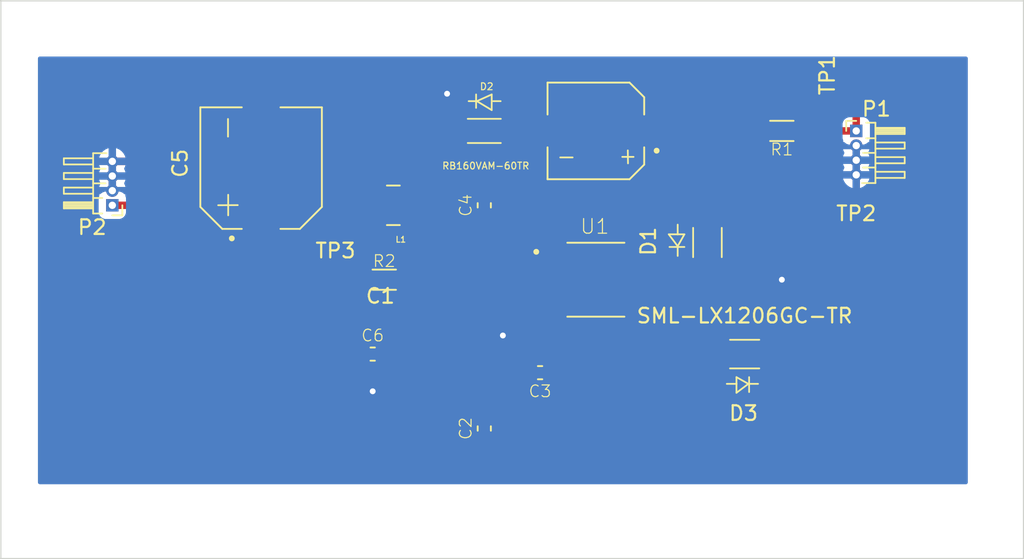
<source format=kicad_pcb>
(kicad_pcb (version 20211014) (generator pcbnew)
  (layers (0 "F.Cu" signal) (31 "B.Cu" signal) (34 "B.Paste" user) (35 "F.Paste" user) (36 "B.SilkS" user "B.Silkscreen") (37 "F.SilkS" user "F.Silkscreen") (38 "B.Mask" user) (39 "F.Mask" user) (44 "Edge.Cuts" user))
  (net 0 "")
  (net 1 "VIN")
  (net 2 "Earth")
  (net 3 "Net-(C3-Pad1)")
  (net 4 "Net-(C4-Pad1)")
  (net 5 "Net-(C4-Pad2)")
  (net 6 "5V-BUCK")
  (net 7 "Net-(D1-Pad2)")
  (net 8 "Net-(D3-Pad2)")
  (footprint "5V-Power_supply1:SML-LX1206GC-TR" (layer "F.Cu") (at 175.26 99.06 180)
    (fp_text reference "D3" (at 0.0762 -4.0386) (layer "F.SilkS"))
    (fp_text value "SML-LX1206GC-TR" (at 0 2.6162) (layer "F.SilkS"))
    (fp_line (start -0.3048 -2.5908) (end -0.3048 -1.5748) (layer "F.SilkS") (width 0.12))
    (fp_line (start -0.254 -2.032) (end -0.9144 -2.032) (layer "F.SilkS") (width 0.12))
    (fp_line (start 0.5588 -2.6416) (end -0.254 -2.032) (layer "F.SilkS") (width 0.12))
    (fp_line (start -1.000365 0.9779) (end 1.000365 0.9779) (layer "F.SilkS") (width 0.12))
    (fp_line (start 1.2192 -2.032) (end 0.5588 -2.032) (layer "F.SilkS") (width 0.12))
    (fp_line (start 0.5588 -1.5748) (end -0.254 -2.032) (layer "F.SilkS") (width 0.12))
    (fp_line (start 0.5588 -2.032) (end 0.5588 -1.5748) (layer "F.SilkS") (width 0.12))
    (fp_line (start 1.000365 -0.9779) (end -1.000365 -0.9779) (layer "F.SilkS") (width 0.12))
    (fp_line (start 0.5588 -2.032) (end 0.5588 -2.6416) (layer "F.SilkS") (width 0.12))
    (pad "1" smd rect (at -1.524 0 180) (size 0.9652 1.2954) (layers "F.Cu" "F.Paste" "F.Mask") (net 2 "Earth"))
    (pad "2" smd rect (at 1.524 0 180) (size 0.9652 1.2954) (layers "F.Cu" "F.Paste" "F.Mask") (net 8 "Net-(D3-Pad2)"))
  )
  (footprint "5V-Power_supply1:RES_0603" (layer "F.Cu") (at 150.65 93.98)
    (fp_text reference "R2" (at 0 -1.27) (layer "F.SilkS") (effects (font (size 0.8 0.8) (thickness 0.0762))))
    (fp_text value "470")
    (fp_line (start -0.8 -0.69) (end 0.8 -0.69) (layer "F.SilkS") (width 0.127))
    (fp_line (start -0.8 0.69) (end 0.8 0.69) (layer "F.SilkS") (width 0.127))
    (pad "1" smd rect (at -0.79 0) (size 0.94 1.02) (layers "F.Cu" "F.Paste" "F.Mask") (net 6 "5V-BUCK"))
    (pad "2" smd rect (at 0.79 0) (size 0.94 1.02) (layers "F.Cu" "F.Paste" "F.Mask") (net 8 "Net-(D3-Pad2)"))
  )
  (footprint "5V-Power_supply1:TP" (layer "F.Cu") (at 182.88 80.01 90)
    (fp_text reference "TP1" (at 0 -1.9812 90) (layer "F.SilkS"))
    (fp_text value "TP")
    (pad "1" smd circle (at 0 0 90) (size 1.524 1.524) (layers "F.Cu" "F.Paste" "F.Mask") (net 1 "VIN"))
  )
  (footprint "5V-Power_supply1:RB160VAM-60TR" (layer "F.Cu") (at 157.48 83.82)
    (fp_text reference "D2" (at 0.1651 -3.02768) (layer "F.SilkS") (effects (font (size 0.47 0.47) (thickness 0.0762))))
    (fp_text value "RB160VAM-60TR" (at 0.1016 2.3876) (layer "F.SilkS") (effects (font (size 0.47 0.47) (thickness 0.0762))))
    (fp_line (start -0.508 -2.032) (end 0.508 -2.4892) (layer "F.SilkS") (width 0.12))
    (fp_line (start -1.1303 0.8255) (end 1.1303 0.8255) (layer "F.SilkS") (width 0.12))
    (fp_line (start 0.6096 -2.032) (end 1.1176 -2.032) (layer "F.SilkS") (width 0.12))
    (fp_line (start 1.1303 -0.8255) (end -1.1303 -0.8255) (layer "F.SilkS") (width 0.12))
    (fp_line (start -0.5588 -2.4892) (end -0.5588 -1.5748) (layer "F.SilkS") (width 0.12))
    (fp_line (start -0.508 -2.032) (end -1.0668 -2.032) (layer "F.SilkS") (width 0.12))
    (fp_line (start 0.508 -2.4892) (end 0.508 -1.4224) (layer "F.SilkS") (width 0.12))
    (fp_line (start 0.508 -1.4224) (end -0.508 -2.032) (layer "F.SilkS") (width 0.12))
    (pad "1" smd rect (at -1.3208 0) (size 0.4572 0.8382) (layers "F.Cu" "F.Paste" "F.Mask") (net 5 "Net-(C4-Pad2)"))
    (pad "2" smd rect (at 1.3208 0) (size 0.4572 0.8382) (layers "F.Cu" "F.Paste" "F.Mask") (net 2 "Earth"))
  )
  (footprint "5V-Power_supply1:TP" (layer "F.Cu") (at 182.88 91.44)
    (fp_text reference "TP2" (at 0 -1.9812) (layer "F.SilkS"))
    (fp_text value "TP")
    (pad "1" smd circle (at 0 0) (size 1.524 1.524) (layers "F.Cu" "F.Paste" "F.Mask") (net 2 "Earth"))
  )
  (footprint "5V-Power_supply1:EEEFPV680XAP" (layer "F.Cu") (at 165.1 83.82 180)
    (fp_text reference "C1" (at 14.715 -11.275) (layer "F.SilkS"))
    (fp_text value "68uF" hide)
    (fp_line (start -2.3 3.3) (end 3.3 3.3) (layer "F.SilkS") (width 0.127))
    (fp_line (start -3.3 -2.3) (end -3.3 -1.12) (layer "F.SilkS") (width 0.127))
    (fp_line (start 3.3 -1.12) (end 3.3 -3.3) (layer "F.SilkS") (width 0.127))
    (fp_line (start -2.57302 -1.77292) (end -1.8034 -1.77292) (layer "F.SilkS") (width 0.12))
    (fp_line (start 3.3 -3.3) (end -2.3 -3.3) (layer "F.SilkS") (width 0.127))
    (fp_line (start -3.3 1.12) (end -3.3 2.3) (layer "F.SilkS") (width 0.127))
    (fp_line (start 3.3 3.3) (end 3.3 1.12) (layer "F.SilkS") (width 0.127))
    (fp_line (start -2.3 -3.3) (end -3.3 -2.3) (layer "F.SilkS") (width 0.127))
    (fp_line (start -2.19456 -2.21488) (end -2.18186 -1.33096) (layer "F.SilkS") (width 0.12))
    (fp_line (start -3.3 2.3) (end -2.3 3.3) (layer "F.SilkS") (width 0.127))
    (fp_line (start 1.5875 -1.81102) (end 2.43332 -1.81102) (layer "F.SilkS") (width 0.12))
    (fp_circle (center -4.15 -1.35) (end -4.05 -1.35) (layer "F.SilkS") (width 0.2) (fill none))
    (pad "1" smd rect (at -2.5 0 180) (size 3.2 1.6) (layers "F.Cu" "F.Paste" "F.Mask") (net 1 "VIN"))
    (pad "2" smd rect (at 2.5 0 180) (size 3.2 1.6) (layers "F.Cu" "F.Paste" "F.Mask") (net 2 "Earth"))
  )
  (footprint "5V-Power_supply1:LM22672MRE-5.0_NOPB" (layer "F.Cu") (at 165.1 93.98)
    (fp_text reference "U1" (at -0.075 -3.635) (layer "F.SilkS") (effects (font (thickness 0.0762))))
    (fp_text value "LM22672MRE-5.0_NOPB")
    (fp_line (start -1.95 2.525) (end 1.95 2.525) (layer "F.SilkS") (width 0.127))
    (fp_line (start -1.95 -2.525) (end 1.95 -2.525) (layer "F.SilkS") (width 0.127))
    (fp_circle (center -4.07 -1.905) (end -3.97 -1.905) (layer "F.SilkS") (width 0.2) (fill none))
    (pad "1" smd rect (at -2.7 -1.905) (size 1.55 0.6) (layers "F.Cu" "F.Paste") (net 4 "Net-(C4-Pad1)"))
    (pad "2" smd rect (at -2.7 -0.635) (size 1.55 0.6) (layers "F.Cu" "F.Paste") (net 3 "Net-(C3-Pad1)"))
    (pad "3" smd rect (at -2.7 0.635) (size 1.55 0.6) (layers "F.Cu" "F.Paste"))
    (pad "4" smd rect (at -2.7 1.905) (size 1.55 0.6) (layers "F.Cu" "F.Paste") (net 6 "5V-BUCK"))
    (pad "5" smd rect (at 2.7 1.905) (size 1.55 0.6) (layers "F.Cu" "F.Paste"))
    (pad "6" smd rect (at 2.7 0.635) (size 1.55 0.6) (layers "F.Cu" "F.Paste") (net 2 "Earth"))
    (pad "7" smd rect (at 2.7 -0.635) (size 1.55 0.6) (layers "F.Cu" "F.Paste") (net 1 "VIN"))
    (pad "8" smd rect (at 2.7 -1.905) (size 1.55 0.6) (layers "F.Cu" "F.Paste") (net 5 "Net-(C4-Pad2)"))
  )
  (footprint "5V-Power_supply1:CAP_0603" (layer "F.Cu") (at 157.48 104.14 90)
    (fp_text reference "C2" (at 0 -1.27 90) (layer "F.SilkS") (effects (font (size 0.8 0.8) (thickness 0.0762))))
    (fp_text value "2.2uF")
    (fp_line (start -0.15 -0.45) (end 0.15 -0.45) (layer "F.SilkS") (width 0.127))
    (fp_line (start -0.15 0.45) (end 0.15 0.45) (layer "F.SilkS") (width 0.127))
    (pad "1" smd rect (at -0.85 0 90) (size 1.1 1) (layers "F.Cu" "F.Paste" "F.Mask") (net 1 "VIN"))
    (pad "2" smd rect (at 0.85 0 90) (size 1.1 1) (layers "F.Cu" "F.Paste" "F.Mask") (net 2 "Earth"))
  )
  (footprint "5V-Power_supply1:RES_0603" (layer "F.Cu") (at 177.8 83.82 180)
    (fp_text reference "R1" (at 0 -1.27) (layer "F.SilkS") (effects (font (size 0.8 0.8) (thickness 0.0762))))
    (fp_text value "2k")
    (fp_line (start -0.8 -0.69) (end 0.8 -0.69) (layer "F.SilkS") (width 0.127))
    (fp_line (start -0.8 0.69) (end 0.8 0.69) (layer "F.SilkS") (width 0.127))
    (pad "1" smd rect (at -0.79 0 180) (size 0.94 1.02) (layers "F.Cu" "F.Paste" "F.Mask") (net 1 "VIN"))
    (pad "2" smd rect (at 0.79 0 180) (size 0.94 1.02) (layers "F.Cu" "F.Paste" "F.Mask") (net 7 "Net-(D1-Pad2)"))
  )
  (footprint "5V-Power_supply1:CAP_0603" (layer "F.Cu") (at 149.86 99.06)
    (fp_text reference "C6" (at 0 -1.27) (layer "F.SilkS") (effects (font (size 0.8 0.8) (thickness 0.0762))))
    (fp_text value "1uF")
    (fp_line (start -0.15 0.45) (end 0.15 0.45) (layer "F.SilkS") (width 0.127))
    (fp_line (start -0.15 -0.45) (end 0.15 -0.45) (layer "F.SilkS") (width 0.127))
    (pad "1" smd rect (at -0.85 0) (size 1.1 1) (layers "F.Cu" "F.Paste" "F.Mask") (net 6 "5V-BUCK"))
    (pad "2" smd rect (at 0.85 0) (size 1.1 1) (layers "F.Cu" "F.Paste" "F.Mask") (net 2 "Earth"))
  )
  (footprint "5V-Power_supply1:CAP_0603" (layer "F.Cu") (at 157.48 88.9 90)
    (fp_text reference "C4" (at 0 -1.27 90) (layer "F.SilkS") (effects (font (size 0.8 0.8) (thickness 0.0762))))
    (fp_text value "10nF")
    (fp_line (start -0.15 0.45) (end 0.15 0.45) (layer "F.SilkS") (width 0.127))
    (fp_line (start -0.15 -0.45) (end 0.15 -0.45) (layer "F.SilkS") (width 0.127))
    (pad "1" smd rect (at -0.85 0 90) (size 1.1 1) (layers "F.Cu" "F.Paste" "F.Mask") (net 4 "Net-(C4-Pad1)"))
    (pad "2" smd rect (at 0.85 0 90) (size 1.1 1) (layers "F.Cu" "F.Paste" "F.Mask") (net 5 "Net-(C4-Pad2)"))
  )
  (footprint "5V-Power_supply1:CBC3225T220KR" (layer "F.Cu") (at 151.27 88.9 180)
    (fp_text reference "L1" (at -0.508 -2.3368) (layer "F.SilkS") (effects (font (size 0.393701 0.393701) (thickness 0.0762))))
    (fp_text value "33uH")
    (fp_line (start -0.44 -1.35) (end 0.44 -1.35) (layer "F.SilkS") (width 0.127))
    (fp_line (start -0.44 1.35) (end 0.44 1.35) (layer "F.SilkS") (width 0.127))
    (pad "1" smd rect (at -1.41 0 180) (size 1.3 2.72) (layers "F.Cu" "F.Paste" "F.Mask") (net 5 "Net-(C4-Pad2)"))
    (pad "2" smd rect (at 1.41 0 180) (size 1.3 2.72) (layers "F.Cu" "F.Paste" "F.Mask") (net 6 "5V-BUCK"))
  )
  (footprint "Connector_PinHeader_1.00mm:PinHeader_1x04_P1.00mm_Horizontal" (layer "F.Cu") (at 182.88 83.82)
    (fp_text reference "P1" (at 1.375 -1.5) (layer "F.SilkS"))
    (fp_text value "0901471110")
    (fp_line (start 1.31 1.79) (end 3.31 1.79) (layer "F.SilkS") (width 0.12))
    (fp_line (start 1.31 2.79) (end 3.31 2.79) (layer "F.SilkS") (width 0.12))
    (fp_line (start 3.31 0.79) (end 3.31 1.21) (layer "F.SilkS") (width 0.12))
    (fp_line (start 1.31 3.56) (end 0.394493 3.56) (layer "F.SilkS") (width 0.12))
    (fp_line (start 0.468215 2.5) (end 1.31 2.5) (layer "F.SilkS") (width 0.12))
    (fp_line (start 3.31 1.79) (end 3.31 2.21) (layer "F.SilkS") (width 0.12))
    (fp_line (start 0.685 -0.56) (end 1.31 -0.56) (layer "F.SilkS") (width 0.12))
    (fp_line (start -0.685 0) (end -0.685 -0.685) (layer "F.SilkS") (width 0.12))
    (fp_line (start 3.31 3.21) (end 1.31 3.21) (layer "F.SilkS") (width 0.12))
    (fp_line (start 1.31 0.09) (end 3.31 0.09) (layer "F.SilkS") (width 0.12))
    (fp_line (start -0.685 -0.685) (end 0 -0.685) (layer "F.SilkS") (width 0.12))
    (fp_line (start 1.31 -0.56) (end 1.31 3.56) (layer "F.SilkS") (width 0.12))
    (fp_line (start 1.31 -0.15) (end 3.31 -0.15) (layer "F.SilkS") (width 0.12))
    (fp_line (start 1.31 -0.21) (end 3.31 -0.21) (layer "F.SilkS") (width 0.12))
    (fp_line (start 1.31 0.79) (end 3.31 0.79) (layer "F.SilkS") (width 0.12))
    (fp_line (start 3.31 2.79) (end 3.31 3.21) (layer "F.SilkS") (width 0.12))
    (fp_line (start 3.31 1.21) (end 1.31 1.21) (layer "F.SilkS") (width 0.12))
    (fp_line (start 0.468215 1.5) (end 1.31 1.5) (layer "F.SilkS") (width 0.12))
    (fp_line (start 3.31 -0.21) (end 3.31 0.21) (layer "F.SilkS") (width 0.12))
    (fp_line (start 3.31 0.21) (end 1.31 0.21) (layer "F.SilkS") (width 0.12))
    (fp_line (start 3.31 2.21) (end 1.31 2.21) (layer "F.SilkS") (width 0.12))
    (fp_line (start 0.685 0.5) (end 1.31 0.5) (layer "F.SilkS") (width 0.12))
    (fp_line (start 1.31 -0.03) (end 3.31 -0.03) (layer "F.SilkS") (width 0.12))
    (pad "1" thru_hole rect (at 0 0) (size 0.85 0.85) (drill 0.5) (layers *.Cu *.Mask) (net 1 "VIN"))
    (pad "2" thru_hole oval (at 0 1) (size 0.85 0.85) (drill 0.5) (layers *.Cu *.Mask) (net 2 "Earth"))
    (pad "3" thru_hole oval (at 0 2) (size 0.85 0.85) (drill 0.5) (layers *.Cu *.Mask) (net 2 "Earth"))
    (pad "4" thru_hole oval (at 0 3) (size 0.85 0.85) (drill 0.5) (layers *.Cu *.Mask) (net 2 "Earth"))
  )
  (footprint "5V-Power_supply1:CAP_0603" (layer "F.Cu") (at 161.29 100.33 180)
    (fp_text reference "C3" (at 0 -1.27) (layer "F.SilkS") (effects (font (size 0.8 0.8) (thickness 0.0762))))
    (fp_text value "1uF")
    (fp_line (start -0.15 -0.45) (end 0.15 -0.45) (layer "F.SilkS") (width 0.127))
    (fp_line (start -0.15 0.45) (end 0.15 0.45) (layer "F.SilkS") (width 0.127))
    (pad "1" smd rect (at -0.85 0 180) (size 1.1 1) (layers "F.Cu" "F.Paste" "F.Mask") (net 3 "Net-(C3-Pad1)"))
    (pad "2" smd rect (at 0.85 0 180) (size 1.1 1) (layers "F.Cu" "F.Paste" "F.Mask") (net 2 "Earth"))
  )
  (footprint "5V-Power_supply1:CAP_EEEFP1E151AL" (layer "F.Cu") (at 142.24 86.36 90)
    (fp_text reference "C5" (at 0.325 -5.535 90) (layer "F.SilkS"))
    (fp_text value "150uF")
    (fp_line (start -3.22326 -2.2479) (end -1.82118 -2.2479) (layer "F.SilkS") (width 0.12))
    (fp_line (start 4.15 -1.32) (end 4.15 -4.15) (layer "F.SilkS") (width 0.127))
    (fp_line (start -4.15 2.65) (end -2.65 4.15) (layer "F.SilkS") (width 0.127))
    (fp_line (start -4.15 -2.65) (end -4.15 -1.32) (layer "F.SilkS") (width 0.127))
    (fp_line (start 4.15 -4.15) (end -2.65 -4.15) (layer "F.SilkS") (width 0.127))
    (fp_line (start 2.15138 -2.2606) (end 3.35534 -2.2606) (layer "F.SilkS") (width 0.12))
    (fp_line (start -2.65 4.15) (end 4.15 4.15) (layer "F.SilkS") (width 0.127))
    (fp_line (start 4.15 4.15) (end 4.15 1.32) (layer "F.SilkS") (width 0.127))
    (fp_line (start -2.65 -4.15) (end -4.15 -2.65) (layer "F.SilkS") (width 0.127))
    (fp_line (start -4.15 1.32) (end -4.15 2.65) (layer "F.SilkS") (width 0.127))
    (fp_line (start -2.53492 -2.93116) (end -2.5273 -1.59512) (layer "F.SilkS") (width 0.12))
    (fp_circle (center -4.8 -2) (end -4.7 -2) (layer "F.SilkS") (width 0.2) (fill none))
    (pad "1" smd rect (at -3.55 0 90) (size 4 2) (layers "F.Cu" "F.Paste" "F.Mask") (net 6 "5V-BUCK"))
    (pad "2" smd rect (at 3.55 0 90) (size 4 2) (layers "F.Cu" "F.Paste" "F.Mask") (net 2 "Earth"))
  )
  (footprint "Connector_PinHeader_1.00mm:PinHeader_1x04_P1.00mm_Horizontal" (layer "F.Cu") (at 132.08 88.9 180)
    (fp_text reference "P2" (at 1.375 -1.5) (layer "F.SilkS"))
    (fp_text value "0901471110")
    (fp_line (start 1.31 2.79) (end 3.31 2.79) (layer "F.SilkS") (width 0.12))
    (fp_line (start 0.685 0.5) (end 1.31 0.5) (layer "F.SilkS") (width 0.12))
    (fp_line (start -0.685 0) (end -0.685 -0.685) (layer "F.SilkS") (width 0.12))
    (fp_line (start 1.31 -0.21) (end 3.31 -0.21) (layer "F.SilkS") (width 0.12))
    (fp_line (start 3.31 0.21) (end 1.31 0.21) (layer "F.SilkS") (width 0.12))
    (fp_line (start 3.31 0.79) (end 3.31 1.21) (layer "F.SilkS") (width 0.12))
    (fp_line (start 1.31 1.79) (end 3.31 1.79) (layer "F.SilkS") (width 0.12))
    (fp_line (start 0.685 -0.56) (end 1.31 -0.56) (layer "F.SilkS") (width 0.12))
    (fp_line (start 1.31 -0.15) (end 3.31 -0.15) (layer "F.SilkS") (width 0.12))
    (fp_line (start 0.468215 2.5) (end 1.31 2.5) (layer "F.SilkS") (width 0.12))
    (fp_line (start 1.31 0.09) (end 3.31 0.09) (layer "F.SilkS") (width 0.12))
    (fp_line (start 3.31 2.79) (end 3.31 3.21) (layer "F.SilkS") (width 0.12))
    (fp_line (start 1.31 3.56) (end 0.394493 3.56) (layer "F.SilkS") (width 0.12))
    (fp_line (start 1.31 -0.56) (end 1.31 3.56) (layer "F.SilkS") (width 0.12))
    (fp_line (start 1.31 -0.03) (end 3.31 -0.03) (layer "F.SilkS") (width 0.12))
    (fp_line (start 3.31 -0.21) (end 3.31 0.21) (layer "F.SilkS") (width 0.12))
    (fp_line (start 3.31 2.21) (end 1.31 2.21) (layer "F.SilkS") (width 0.12))
    (fp_line (start 1.31 0.79) (end 3.31 0.79) (layer "F.SilkS") (width 0.12))
    (fp_line (start 3.31 1.21) (end 1.31 1.21) (layer "F.SilkS") (width 0.12))
    (fp_line (start 3.31 3.21) (end 1.31 3.21) (layer "F.SilkS") (width 0.12))
    (fp_line (start 0.468215 1.5) (end 1.31 1.5) (layer "F.SilkS") (width 0.12))
    (fp_line (start -0.685 -0.685) (end 0 -0.685) (layer "F.SilkS") (width 0.12))
    (fp_line (start 3.31 1.79) (end 3.31 2.21) (layer "F.SilkS") (width 0.12))
    (pad "1" thru_hole rect (at 0 0 180) (size 0.85 0.85) (drill 0.5) (layers *.Cu *.Mask) (net 6 "5V-BUCK"))
    (pad "2" thru_hole oval (at 0 1 180) (size 0.85 0.85) (drill 0.5) (layers *.Cu *.Mask) (net 2 "Earth"))
    (pad "3" thru_hole oval (at 0 2 180) (size 0.85 0.85) (drill 0.5) (layers *.Cu *.Mask) (net 2 "Earth"))
    (pad "4" thru_hole oval (at 0 3 180) (size 0.85 0.85) (drill 0.5) (layers *.Cu *.Mask) (net 2 "Earth"))
  )
  (footprint "5V-Power_supply1:TP" (layer "F.Cu") (at 147.32 93.98)
    (fp_text reference "TP3" (at 0 -1.9812) (layer "F.SilkS"))
    (fp_text value "TP")
    (pad "1" smd circle (at 0 0) (size 1.524 1.524) (layers "F.Cu" "F.Paste" "F.Mask") (net 6 "5V-BUCK"))
  )
  (footprint "5V-Power_supply1:SML-LX1206GC-TR" (layer "F.Cu") (at 172.72 91.44 90)
    (fp_text reference "D1" (at 0.0762 -4.0386 90) (layer "F.SilkS"))
    (fp_text value "SML-LX1206GC-TR" hide)
    (fp_line (start 1.000365 -0.9779) (end -1.000365 -0.9779) (layer "F.SilkS") (width 0.12))
    (fp_line (start -0.254 -2.032) (end -0.9144 -2.032) (layer "F.SilkS") (width 0.12))
    (fp_line (start -1.000365 0.9779) (end 1.000365 0.9779) (layer "F.SilkS") (width 0.12))
    (fp_line (start 0.5588 -2.6416) (end -0.254 -2.032) (layer "F.SilkS") (width 0.12))
    (fp_line (start 1.2192 -2.032) (end 0.5588 -2.032) (layer "F.SilkS") (width 0.12))
    (fp_line (start 0.5588 -1.5748) (end -0.254 -2.032) (layer "F.SilkS") (width 0.12))
    (fp_line (start 0.5588 -2.032) (end 0.5588 -1.5748) (layer "F.SilkS") (width 0.12))
    (fp_line (start 0.5588 -2.032) (end 0.5588 -2.6416) (layer "F.SilkS") (width 0.12))
    (fp_line (start -0.3048 -2.5908) (end -0.3048 -1.5748) (layer "F.SilkS") (width 0.12))
    (pad "1" smd rect (at -1.524 0 90) (size 0.9652 1.2954) (layers "F.Cu" "F.Paste" "F.Mask") (net 2 "Earth"))
    (pad "2" smd rect (at 1.524 0 90) (size 0.9652 1.2954) (layers "F.Cu" "F.Paste" "F.Mask") (net 7 "Net-(D1-Pad2)"))
  )
  (gr_line (start 194.31 74.93) (end 124.46 74.93) (layer "Edge.Cuts") (width 0.1))
  (gr_line (start 124.46 113.03) (end 194.31 113.03) (layer "Edge.Cuts") (width 0.1))
  (gr_line (start 124.46 74.93) (end 124.46 113.03) (layer "Edge.Cuts") (width 0.1))
  (gr_line (start 194.31 113.03) (end 194.31 74.93) (layer "Edge.Cuts") (width 0.1))
  (segment (start 165.1 93.98) (end 165.1 100.33) (width 0.508) (layer "F.Cu") (net 1))
  (segment (start 182.88 80.01) (end 182.88 83.82) (width 0.508) (layer "F.Cu") (net 1))
  (segment (start 178.59 83.82) (end 182.88 83.82) (width 0.508) (layer "F.Cu") (net 1))
  (segment (start 178.59 82.07) (end 178.59 83.82) (width 0.508) (layer "F.Cu") (net 1))
  (segment (start 167.8 93.345) (end 169.545 93.345) (width 0.508) (layer "F.Cu") (net 1))
  (segment (start 168.91 80.01) (end 176.53 80.01) (width 0.508) (layer "F.Cu") (net 1))
  (segment (start 167.8 93.345) (end 165.735 93.345) (width 0.508) (layer "F.Cu") (net 1))
  (segment (start 170.18 92.71) (end 170.18 87.63) (width 0.508) (layer "F.Cu") (net 1))
  (segment (start 169.545 93.345) (end 170.18 92.71) (width 0.508) (layer "F.Cu") (net 1))
  (segment (start 165.1 100.33) (end 160.44 104.99) (width 0.508) (layer "F.Cu") (net 1))
  (segment (start 167.6 81.32) (end 168.91 80.01) (width 0.508) (layer "F.Cu") (net 1))
  (segment (start 167.6 83.82) (end 167.6 81.32) (width 0.508) (layer "F.Cu") (net 1))
  (segment (start 176.53 80.01) (end 178.59 82.07) (width 0.508) (layer "F.Cu") (net 1))
  (segment (start 170.18 87.63) (end 167.6 85.05) (width 0.508) (layer "F.Cu") (net 1))
  (segment (start 160.44 104.99) (end 157.48 104.99) (width 0.508) (layer "F.Cu") (net 1))
  (segment (start 167.6 85.05) (end 167.6 83.82) (width 0.508) (layer "F.Cu") (net 1))
  (segment (start 165.735 93.345) (end 165.1 93.98) (width 0.508) (layer "F.Cu") (net 1))
  (segment (start 138.17 82.81) (end 142.24 82.81) (width 0.508) (layer "F.Cu") (net 2))
  (segment (start 150.71 99.06) (end 150.71 100.75) (width 0.508) (layer "F.Cu") (net 2))
  (segment (start 157.48 81.28) (end 154.94 81.28) (width 0.508) (layer "F.Cu") (net 2))
  (segment (start 132.08 85.9) (end 135.08 85.9) (width 0.508) (layer "F.Cu") (net 2))
  (segment (start 167.8 94.615) (end 172.085 94.615) (width 0.508) (layer "F.Cu") (net 2))
  (segment (start 158.8008 83.82) (end 162.6 83.82) (width 0.508) (layer "F.Cu") (net 2))
  (segment (start 182.88 85.82) (end 182.88 86.82) (width 0.508) (layer "F.Cu") (net 2))
  (segment (start 132.08 86.9) (end 132.08 85.9) (width 0.508) (layer "F.Cu") (net 2))
  (segment (start 172.72 93.98) (end 172.72 92.964) (width 0.508) (layer "F.Cu") (net 2))
  (segment (start 176.784 99.06) (end 180.34 99.06) (width 0.508) (layer "F.Cu") (net 2))
  (segment (start 182.88 84.82) (end 182.88 85.82) (width 0.508) (layer "F.Cu") (net 2))
  (segment (start 158.75 100.33) (end 160.44 100.33) (width 0.508) (layer "F.Cu") (net 2))
  (segment (start 158.8008 83.82) (end 158.8008 82.6008) (width 0.508) (layer "F.Cu") (net 2))
  (segment (start 157.48 101.6) (end 158.75 100.33) (width 0.508) (layer "F.Cu") (net 2))
  (segment (start 172.085 94.615) (end 172.72 93.98) (width 0.508) (layer "F.Cu") (net 2))
  (segment (start 160.44 100.33) (end 160.44 99.48) (width 0.508) (layer "F.Cu") (net 2))
  (segment (start 182.88 86.82) (end 182.88 91.44) (width 0.508) (layer "F.Cu") (net 2))
  (segment (start 135.08 85.9) (end 138.17 82.81) (width 0.508) (layer "F.Cu") (net 2))
  (segment (start 158.8008 82.6008) (end 157.48 81.28) (width 0.508) (layer "F.Cu") (net 2))
  (segment (start 172.72 92.964) (end 176.784 92.964) (width 0.508) (layer "F.Cu") (net 2))
  (segment (start 150.71 100.75) (end 149.86 101.6) (width 0.508) (layer "F.Cu") (net 2))
  (segment (start 180.34 99.06) (end 182.88 96.52) (width 0.508) (layer "F.Cu") (net 2))
  (segment (start 160.44 99.48) (end 158.75 97.79) (width 0.508) (layer "F.Cu") (net 2))
  (segment (start 132.08 87.9) (end 132.08 86.9) (width 0.508) (layer "F.Cu") (net 2))
  (segment (start 182.88 96.52) (end 182.88 91.44) (width 0.508) (layer "F.Cu") (net 2))
  (segment (start 157.48 103.29) (end 157.48 101.6) (width 0.508) (layer "F.Cu") (net 2))
  (segment (start 176.784 92.964) (end 177.8 93.98) (width 0.508) (layer "F.Cu") (net 2))
  (via (at 149.86 101.6) (size 0.8) (drill 0.4) (layers "F.Cu" "B.Cu") (net 2))
  (via (at 154.94 81.28) (size 0.8) (drill 0.4) (layers "F.Cu" "B.Cu") (net 2))
  (via (at 158.75 97.79) (size 0.8) (drill 0.4) (layers "F.Cu" "B.Cu") (net 2))
  (via (at 177.8 93.98) (size 0.8) (drill 0.4) (layers "F.Cu" "B.Cu") (net 2))
  (segment (start 162.14 99.48) (end 162.14 100.33) (width 0.508) (layer "F.Cu") (net 3))
  (segment (start 163.83 97.79) (end 162.14 99.48) (width 0.508) (layer "F.Cu") (net 3))
  (segment (start 163.195 93.345) (end 163.83 93.98) (width 0.508) (layer "F.Cu") (net 3))
  (segment (start 163.83 93.98) (end 163.83 97.79) (width 0.508) (layer "F.Cu") (net 3))
  (segment (start 162.4 93.345) (end 163.195 93.345) (width 0.508) (layer "F.Cu") (net 3))
  (segment (start 157.48 91.44) (end 157.48 89.75) (width 0.508) (layer "F.Cu") (net 4))
  (segment (start 162.4 92.075) (end 158.115 92.075) (width 0.508) (layer "F.Cu") (net 4))
  (segment (start 158.115 92.075) (end 157.48 91.44) (width 0.508) (layer "F.Cu") (net 4))
  (segment (start 152.68 88.9) (end 152.68 86.08) (width 0.508) (layer "F.Cu") (net 5))
  (segment (start 156.1592 85.0392) (end 157.48 86.36) (width 0.508) (layer "F.Cu") (net 5))
  (segment (start 167.8 89.06) (end 167.8 92.075) (width 0.508) (layer "F.Cu") (net 5))
  (segment (start 157.48 88.05) (end 166.79 88.05) (width 0.508) (layer "F.Cu") (net 5))
  (segment (start 154.94 83.82) (end 156.1592 83.82) (width 0.508) (layer "F.Cu") (net 5))
  (segment (start 152.68 86.08) (end 154.94 83.82) (width 0.508) (layer "F.Cu") (net 5))
  (segment (start 166.79 88.05) (end 167.8 89.06) (width 0.508) (layer "F.Cu") (net 5))
  (segment (start 157.48 86.36) (end 157.48 88.05) (width 0.508) (layer "F.Cu") (net 5))
  (segment (start 156.1592 83.82) (end 156.1592 85.0392) (width 0.508) (layer "F.Cu") (net 5))
  (segment (start 149.86 96.52) (end 149.01 97.37) (width 0.508) (layer "F.Cu") (net 6))
  (segment (start 142.24 89.91) (end 146.31 89.91) (width 0.508) (layer "F.Cu") (net 6))
  (segment (start 149.86 88.9) (end 149.86 92.71) (width 0.508) (layer "F.Cu") (net 6))
  (segment (start 149.86 92.71) (end 149.86 93.98) (width 0.508) (layer "F.Cu") (net 6))
  (segment (start 147.32 88.9) (end 149.86 88.9) (width 0.508) (layer "F.Cu") (net 6))
  (segment (start 149.01 97.37) (end 149.01 99.06) (width 0.508) (layer "F.Cu") (net 6))
  (segment (start 132.08 88.9) (end 134.62 88.9) (width 0.508) (layer "F.Cu") (net 6))
  (segment (start 149.86 93.98) (end 147.32 93.98) (width 0.508) (layer "F.Cu") (net 6))
  (segment (start 134.62 88.9) (end 135.63 89.91) (width 0.508) (layer "F.Cu") (net 6))
  (segment (start 149.86 93.98) (end 149.86 96.52) (width 0.508) (layer "F.Cu") (net 6))
  (segment (start 154.94 92.71) (end 158.115 95.885) (width 0.508) (layer "F.Cu") (net 6))
  (segment (start 146.31 89.91) (end 147.32 88.9) (width 0.508) (layer "F.Cu") (net 6))
  (segment (start 149.86 92.71) (end 154.94 92.71) (width 0.508) (layer "F.Cu") (net 6))
  (segment (start 158.115 95.885) (end 162.4 95.885) (width 0.508) (layer "F.Cu") (net 6))
  (segment (start 135.63 89.91) (end 142.24 89.91) (width 0.508) (layer "F.Cu") (net 6))
  (segment (start 175.26 83.82) (end 172.72 86.36) (width 0.508) (layer "F.Cu") (net 7))
  (segment (start 177.01 83.82) (end 175.26 83.82) (width 0.508) (layer "F.Cu") (net 7))
  (segment (start 172.72 86.36) (end 172.72 89.916) (width 0.508) (layer "F.Cu") (net 7))
  (segment (start 163.83 106.68) (end 171.45 99.06) (width 0.508) (layer "F.Cu") (net 8))
  (segment (start 154.94 106.68) (end 163.83 106.68) (width 0.508) (layer "F.Cu") (net 8))
  (segment (start 171.45 99.06) (end 173.736 99.06) (width 0.508) (layer "F.Cu") (net 8))
  (segment (start 153.67 99.06) (end 153.67 105.41) (width 0.508) (layer "F.Cu") (net 8))
  (segment (start 151.44 96.83) (end 153.67 99.06) (width 0.508) (layer "F.Cu") (net 8))
  (segment (start 153.67 105.41) (end 154.94 106.68) (width 0.508) (layer "F.Cu") (net 8))
  (segment (start 151.44 93.98) (end 151.44 96.83) (width 0.508) (layer "F.Cu") (net 8))
  (zone (net 2) (net_name "Earth") (layer "B.Cu") (connect_pads (clearance 0.508)) (min_thickness 0.254) (fill yes (thermal_gap 0.508) (thermal_bridge_width 0.508))
    (polygon (pts (xy 190.5 107.95) (xy 127 107.95) (xy 127 78.74) (xy 190.5 78.74)))
  )
)
</source>
